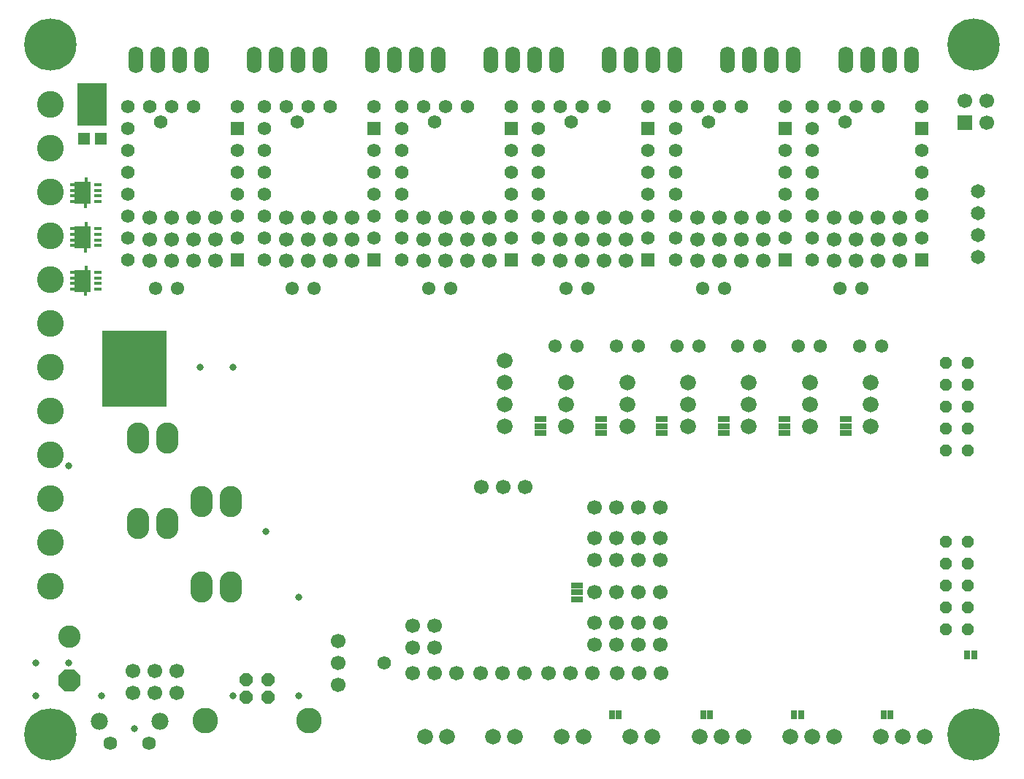
<source format=gbs>
G04*
G04 #@! TF.GenerationSoftware,Altium Limited,Altium Designer,20.0.9 (164)*
G04*
G04 Layer_Color=16711935*
%FSLAX25Y25*%
%MOIN*%
G70*
G01*
G75*
%ADD106R,0.01775X0.03350*%
%ADD107R,0.03350X0.01775*%
%ADD112C,0.06696*%
%ADD113C,0.06499*%
%ADD114C,0.12200*%
%ADD115R,0.06696X0.06696*%
%ADD116C,0.06106*%
%ADD117O,0.10200X0.14200*%
%ADD118C,0.10200*%
%ADD119P,0.11041X8X292.5*%
%ADD120C,0.11700*%
%ADD121P,0.06386X8X22.5*%
%ADD122C,0.06263*%
%ADD123C,0.07798*%
%ADD124C,0.07200*%
%ADD125C,0.06143*%
%ADD126R,0.06143X0.06143*%
%ADD127O,0.06700X0.12200*%
%ADD128P,0.06061X8X112.5*%
%ADD129C,0.23822*%
%ADD130C,0.03200*%
%ADD131C,0.06200*%
%ADD178R,0.29459X0.34800*%
%ADD179R,0.05200X0.02700*%
%ADD180R,0.13428X0.19334*%
%ADD181R,0.05672X0.05712*%
%ADD182R,0.07287X0.10043*%
%ADD183R,0.02562X0.04137*%
D106*
X43600Y247261D02*
D03*
X43561Y236761D02*
D03*
X43600Y267461D02*
D03*
X43561Y256961D02*
D03*
X43600Y227400D02*
D03*
X43561Y216900D02*
D03*
D107*
X37951Y245800D02*
D03*
X37951Y243241D02*
D03*
X37951Y240682D02*
D03*
X37951Y238123D02*
D03*
X49073Y238123D02*
D03*
X49073Y240682D02*
D03*
X49073Y243241D02*
D03*
X49073Y245800D02*
D03*
X37951Y266000D02*
D03*
X37951Y263441D02*
D03*
X37951Y260882D02*
D03*
X37951Y258323D02*
D03*
X49073Y258323D02*
D03*
X49073Y260882D02*
D03*
X49073Y263441D02*
D03*
X49073Y266000D02*
D03*
X37951Y225939D02*
D03*
X37951Y223379D02*
D03*
X37951Y220820D02*
D03*
X37951Y218261D02*
D03*
X49073D02*
D03*
X49073Y220820D02*
D03*
X49073Y223379D02*
D03*
X49073Y225939D02*
D03*
D112*
X234000Y127889D02*
D03*
X224000D02*
D03*
X244000D02*
D03*
X158830Y47693D02*
D03*
Y37693D02*
D03*
Y57693D02*
D03*
X275900Y79800D02*
D03*
X285900D02*
D03*
X305900D02*
D03*
X295900D02*
D03*
X275900Y65976D02*
D03*
X285900D02*
D03*
X305900D02*
D03*
X295900D02*
D03*
X275900Y55976D02*
D03*
X285900D02*
D03*
X305900D02*
D03*
X295900D02*
D03*
X454600Y294200D02*
D03*
X444600Y304200D02*
D03*
X454600D02*
D03*
X243700Y42900D02*
D03*
X223700D02*
D03*
X233700D02*
D03*
X212600D02*
D03*
X192600D02*
D03*
X202600D02*
D03*
X306100D02*
D03*
X286100D02*
D03*
X296100D02*
D03*
X274900D02*
D03*
X254900D02*
D03*
X264900D02*
D03*
X192600Y54500D02*
D03*
Y64500D02*
D03*
X202600D02*
D03*
Y54500D02*
D03*
X295900Y118600D02*
D03*
X305900D02*
D03*
X285900D02*
D03*
X275900D02*
D03*
X285900Y104700D02*
D03*
X275900D02*
D03*
X295900D02*
D03*
X305900D02*
D03*
X285900Y94700D02*
D03*
X275900D02*
D03*
X295900D02*
D03*
X305900D02*
D03*
X197590Y231189D02*
D03*
X207590D02*
D03*
X227590D02*
D03*
X217590D02*
D03*
X197590Y241032D02*
D03*
X207590D02*
D03*
X227590D02*
D03*
X217590D02*
D03*
X197590Y250874D02*
D03*
X207590D02*
D03*
X227590D02*
D03*
X217590D02*
D03*
X135090Y231189D02*
D03*
X145090D02*
D03*
X165090D02*
D03*
X155090D02*
D03*
X135090Y241032D02*
D03*
X145090D02*
D03*
X165090D02*
D03*
X155090D02*
D03*
X135090Y250874D02*
D03*
X145090D02*
D03*
X165090D02*
D03*
X155090D02*
D03*
X385090Y231189D02*
D03*
X395090D02*
D03*
X415090D02*
D03*
X405090D02*
D03*
X385090Y241032D02*
D03*
X395090D02*
D03*
X415090D02*
D03*
X405090D02*
D03*
X385090Y250874D02*
D03*
X395090D02*
D03*
X415090D02*
D03*
X405090D02*
D03*
X260090Y231189D02*
D03*
X270090D02*
D03*
X290090D02*
D03*
X280090D02*
D03*
X260090Y241032D02*
D03*
X270090D02*
D03*
X290090D02*
D03*
X280090D02*
D03*
X260090Y250874D02*
D03*
X270090D02*
D03*
X290090D02*
D03*
X280090D02*
D03*
X72690Y231189D02*
D03*
X82690D02*
D03*
X102690D02*
D03*
X92690D02*
D03*
X72690Y241032D02*
D03*
X82690D02*
D03*
X102690D02*
D03*
X92690D02*
D03*
X72690Y250874D02*
D03*
X82690D02*
D03*
X102690D02*
D03*
X92690D02*
D03*
X65100Y34000D02*
D03*
X75100D02*
D03*
X85100D02*
D03*
X65100Y44000D02*
D03*
X85100D02*
D03*
X75100D02*
D03*
X322590Y231189D02*
D03*
X332590D02*
D03*
X352590D02*
D03*
X342590D02*
D03*
X322590Y241032D02*
D03*
X332590D02*
D03*
X352590D02*
D03*
X342590D02*
D03*
X322590Y250874D02*
D03*
X332590D02*
D03*
X352590D02*
D03*
X342590D02*
D03*
D113*
X450800Y233110D02*
D03*
Y243110D02*
D03*
Y253110D02*
D03*
Y263110D02*
D03*
D114*
X27441Y162634D02*
D03*
Y182633D02*
D03*
Y202634D02*
D03*
Y222634D02*
D03*
Y242717D02*
D03*
Y262717D02*
D03*
Y282716D02*
D03*
Y302716D02*
D03*
X27464Y82622D02*
D03*
Y102622D02*
D03*
Y122705D02*
D03*
Y142706D02*
D03*
D115*
X444600Y294200D02*
D03*
D116*
X137700Y218600D02*
D03*
X147700D02*
D03*
X262700D02*
D03*
X272700D02*
D03*
X325200D02*
D03*
X335200D02*
D03*
X387700D02*
D03*
X397700D02*
D03*
X200200D02*
D03*
X210200D02*
D03*
X341100Y192300D02*
D03*
X351100D02*
D03*
X257700D02*
D03*
X267700D02*
D03*
X368818D02*
D03*
X378818D02*
D03*
X285600D02*
D03*
X295600D02*
D03*
X396700D02*
D03*
X406700D02*
D03*
X313300D02*
D03*
X323300D02*
D03*
X75300Y218600D02*
D03*
X85300D02*
D03*
D117*
X109786Y82345D02*
D03*
Y121400D02*
D03*
X96400Y82345D02*
D03*
Y121400D02*
D03*
X67414Y150355D02*
D03*
Y111300D02*
D03*
X80800Y150355D02*
D03*
Y111300D02*
D03*
D118*
X36100Y59500D02*
D03*
D119*
Y39500D02*
D03*
D120*
X145477Y21185D02*
D03*
X97976D02*
D03*
D121*
X126677Y31885D02*
D03*
X116756D02*
D03*
Y39785D02*
D03*
X126677D02*
D03*
D122*
X72500Y11000D02*
D03*
X54783D02*
D03*
D123*
X77421Y20843D02*
D03*
X49862D02*
D03*
D124*
X234900Y185769D02*
D03*
Y175769D02*
D03*
Y165769D02*
D03*
Y155769D02*
D03*
X208400Y13842D02*
D03*
X198400D02*
D03*
X229550D02*
D03*
X239550D02*
D03*
X260900D02*
D03*
X270900D02*
D03*
X401743Y155769D02*
D03*
Y165769D02*
D03*
Y175769D02*
D03*
X373969D02*
D03*
Y165769D02*
D03*
Y155769D02*
D03*
X346195D02*
D03*
Y165769D02*
D03*
Y175769D02*
D03*
X318421D02*
D03*
Y165769D02*
D03*
Y155769D02*
D03*
X262874Y175769D02*
D03*
Y165769D02*
D03*
Y155769D02*
D03*
X290648D02*
D03*
Y165769D02*
D03*
Y175769D02*
D03*
X365000Y13800D02*
D03*
X375000D02*
D03*
X385000D02*
D03*
X343600D02*
D03*
X333600D02*
D03*
X323600D02*
D03*
X406400D02*
D03*
X416400D02*
D03*
X426400D02*
D03*
X292100D02*
D03*
X302100D02*
D03*
D125*
X112690Y301532D02*
D03*
Y241532D02*
D03*
X62690D02*
D03*
Y251532D02*
D03*
Y261532D02*
D03*
Y271532D02*
D03*
Y281532D02*
D03*
Y291532D02*
D03*
Y301532D02*
D03*
Y231532D02*
D03*
X112690Y281532D02*
D03*
Y271532D02*
D03*
Y251532D02*
D03*
Y261532D02*
D03*
X92690Y301532D02*
D03*
X82690D02*
D03*
X72690D02*
D03*
X77690Y294532D02*
D03*
X140090D02*
D03*
X135090Y301532D02*
D03*
X145090D02*
D03*
X155090D02*
D03*
X175090Y261532D02*
D03*
Y251532D02*
D03*
Y271532D02*
D03*
Y281532D02*
D03*
X125090Y231532D02*
D03*
Y301532D02*
D03*
Y291532D02*
D03*
Y281532D02*
D03*
Y271532D02*
D03*
Y261532D02*
D03*
Y251532D02*
D03*
Y241532D02*
D03*
X175090D02*
D03*
Y301532D02*
D03*
X237590D02*
D03*
Y241532D02*
D03*
X187590D02*
D03*
Y251532D02*
D03*
Y261532D02*
D03*
Y271532D02*
D03*
Y281532D02*
D03*
Y291532D02*
D03*
Y301532D02*
D03*
Y231532D02*
D03*
X237590Y281532D02*
D03*
Y271532D02*
D03*
Y251532D02*
D03*
Y261532D02*
D03*
X217590Y301532D02*
D03*
X207590D02*
D03*
X197590D02*
D03*
X202590Y294532D02*
D03*
X425090Y301532D02*
D03*
Y241532D02*
D03*
X375090D02*
D03*
Y251532D02*
D03*
Y261532D02*
D03*
Y271532D02*
D03*
Y281532D02*
D03*
Y291532D02*
D03*
Y301532D02*
D03*
Y231532D02*
D03*
X425090Y281532D02*
D03*
Y271532D02*
D03*
Y251532D02*
D03*
Y261532D02*
D03*
X405090Y301532D02*
D03*
X395090D02*
D03*
X385090D02*
D03*
X390090Y294532D02*
D03*
X362590Y301532D02*
D03*
Y241532D02*
D03*
X312590D02*
D03*
Y251532D02*
D03*
Y261532D02*
D03*
Y271532D02*
D03*
Y281532D02*
D03*
Y291532D02*
D03*
Y301532D02*
D03*
Y231532D02*
D03*
X362590Y281532D02*
D03*
Y271532D02*
D03*
Y251532D02*
D03*
Y261532D02*
D03*
X342590Y301532D02*
D03*
X332590D02*
D03*
X322590D02*
D03*
X327590Y294532D02*
D03*
X300090Y301532D02*
D03*
Y241532D02*
D03*
X250090D02*
D03*
Y251532D02*
D03*
Y261532D02*
D03*
Y271532D02*
D03*
Y281532D02*
D03*
Y291532D02*
D03*
Y301532D02*
D03*
Y231532D02*
D03*
X300090Y281532D02*
D03*
Y271532D02*
D03*
Y251532D02*
D03*
Y261532D02*
D03*
X280090Y301532D02*
D03*
X270090D02*
D03*
X260090D02*
D03*
X265090Y294532D02*
D03*
D126*
X112690Y291532D02*
D03*
Y231532D02*
D03*
X175090D02*
D03*
Y291532D02*
D03*
X237590D02*
D03*
Y231532D02*
D03*
X425090Y291532D02*
D03*
Y231532D02*
D03*
X362590Y291532D02*
D03*
Y231532D02*
D03*
X300090Y291532D02*
D03*
Y231532D02*
D03*
D127*
X66500Y323000D02*
D03*
X76500D02*
D03*
X86500D02*
D03*
X96500D02*
D03*
X120500D02*
D03*
X130500D02*
D03*
X140500D02*
D03*
X150500D02*
D03*
X174500D02*
D03*
X184500D02*
D03*
X194500D02*
D03*
X204500D02*
D03*
X228500D02*
D03*
X238500D02*
D03*
X248500D02*
D03*
X258500D02*
D03*
X282500D02*
D03*
X292500D02*
D03*
X302500D02*
D03*
X312500D02*
D03*
X336500D02*
D03*
X346500D02*
D03*
X356500D02*
D03*
X366500D02*
D03*
X390500D02*
D03*
X400500D02*
D03*
X410500D02*
D03*
X420500D02*
D03*
D128*
X446000Y63000D02*
D03*
X436000D02*
D03*
X446000Y73000D02*
D03*
X436000D02*
D03*
X446000Y83000D02*
D03*
X436000D02*
D03*
X446000Y93000D02*
D03*
X436000D02*
D03*
X446000Y103000D02*
D03*
X436000D02*
D03*
X436000Y184500D02*
D03*
X446000D02*
D03*
X436000Y174500D02*
D03*
X446000D02*
D03*
X436000Y164500D02*
D03*
X446000D02*
D03*
X436000Y154500D02*
D03*
X446000D02*
D03*
X436000Y144500D02*
D03*
X446000D02*
D03*
D129*
X27441Y15000D02*
D03*
Y329961D02*
D03*
X448701Y329961D02*
D03*
Y15000D02*
D03*
D130*
X140677Y77780D02*
D03*
Y32779D02*
D03*
X125677Y107780D02*
D03*
X110677Y182780D02*
D03*
Y32779D02*
D03*
X95677Y182780D02*
D03*
X65677Y17779D02*
D03*
X50677Y32779D02*
D03*
X35677Y137779D02*
D03*
Y47780D02*
D03*
X20677D02*
D03*
Y32779D02*
D03*
D131*
X179715Y47693D02*
D03*
D178*
X65870Y182000D02*
D03*
D179*
X362520Y158969D02*
D03*
X362520Y155769D02*
D03*
Y152569D02*
D03*
X390400Y158969D02*
D03*
Y155769D02*
D03*
Y152569D02*
D03*
X306460Y158969D02*
D03*
X306460Y155769D02*
D03*
Y152569D02*
D03*
X334840Y158969D02*
D03*
Y155769D02*
D03*
Y152569D02*
D03*
X251200Y158969D02*
D03*
Y155769D02*
D03*
Y152569D02*
D03*
X278680Y158969D02*
D03*
Y155769D02*
D03*
Y152569D02*
D03*
X267600Y83100D02*
D03*
Y79900D02*
D03*
Y76700D02*
D03*
D180*
X46478Y302500D02*
D03*
D181*
X42600Y286853D02*
D03*
X50356D02*
D03*
D182*
X42162Y241961D02*
D03*
X42162Y262161D02*
D03*
X42162Y222100D02*
D03*
D183*
X449000Y51200D02*
D03*
X445700D02*
D03*
X410900Y24100D02*
D03*
X407600D02*
D03*
X370000D02*
D03*
X366700D02*
D03*
X286900D02*
D03*
X283600D02*
D03*
X328553D02*
D03*
X325253D02*
D03*
M02*

</source>
